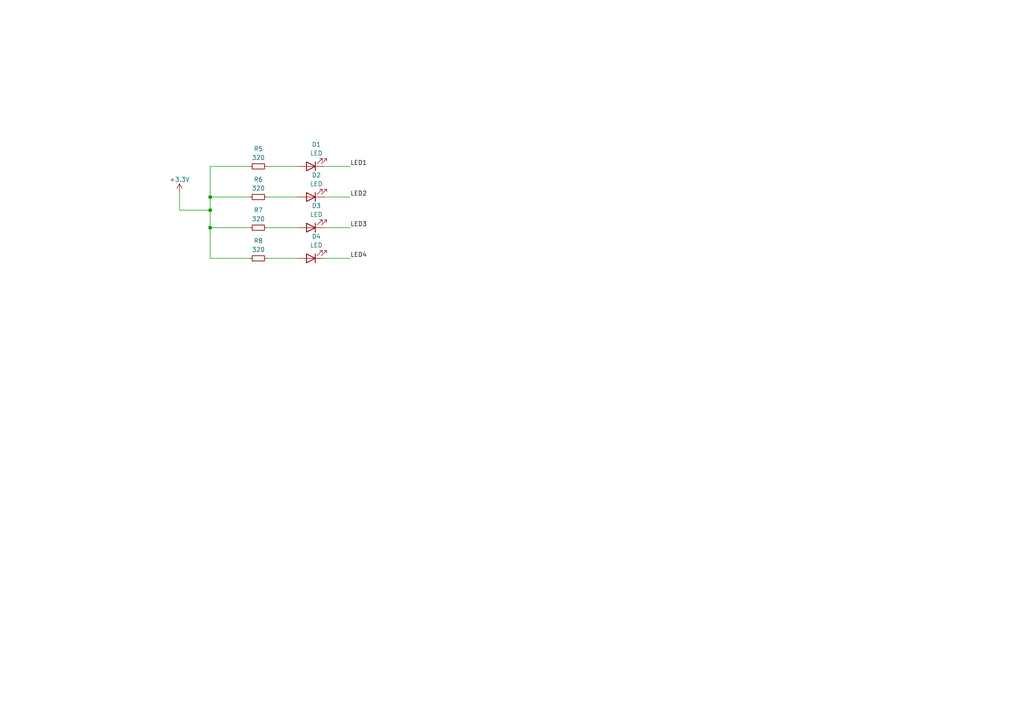
<source format=kicad_sch>
(kicad_sch (version 20230121) (generator eeschema)
  (paper "A4")
  (lib_symbols
    (symbol "Device:LED" (pin_numbers hide) (pin_names (offset 1.016) hide)
      (property "Reference" "D" (at 0 2.54 0))
      (property "Value" "LED" (at 0 -2.54 0))
      (symbol "LED_0_1"
        (polyline (pts (xy -1.27 -1.27) (xy -1.27 1.27)) (stroke (width 0.254)))
        (polyline (pts (xy -1.27 0) (xy 1.27 0)))
        (polyline (pts (xy 1.27 -1.27) (xy 1.27 1.27) (xy -1.27 0) (xy 1.27 -1.27)) (stroke (width 0.254)))
        (polyline (pts (xy -3.048 -0.762) (xy -4.572 -2.286) (xy -3.81 -2.286) (xy -4.572 -2.286) (xy -4.572 -1.524)))
        (polyline (pts (xy -1.778 -0.762) (xy -3.302 -2.286) (xy -2.54 -2.286) (xy -3.302 -2.286) (xy -3.302 -1.524)))
      )
      (symbol "LED_1_1"
        (pin passive line (at -3.81 0 0) (length 2.54) (name "K") (number "1"))
        (pin passive line (at 3.81 0 180) (length 2.54) (name "A") (number "2"))
      )
    )
    (symbol "Device:R_Small" (pin_numbers hide) (pin_names (offset 0.254) hide)
      (property "Reference" "R" (at 0.762 0.508 0))
      (property "Value" "R_Small" (at 0.762 -1.016 0))
      (symbol "R_Small_0_1"
        (rectangle (start -0.762 1.778) (end 0.762 -1.778) (stroke (width 0.2032)))
      )
      (symbol "R_Small_1_1"
        (pin passive line (at 0 2.54 270) (length 0.762) (name "~") (number "1"))
        (pin passive line (at 0 -2.54 90) (length 0.762) (name "~") (number "2"))
      )
    )
    (symbol "power:+3.3V" (power) (pin_names (offset 0))
      (property "Value" "+3.3V" (at 0 3.556 0))
      (symbol "+3.3V_0_1"
        (polyline (pts (xy -0.762 1.27) (xy 0 2.54)))
        (polyline (pts (xy 0 0) (xy 0 2.54)))
        (polyline (pts (xy 0 2.54) (xy 0.762 1.27)))
      )
      (symbol "+3.3V_1_1"
        (pin power_in line (at 0 0 90) (length 0) hide (name "+3.3V") (number "1"))
      )
    )
  )
  (junction (at 60.96 66.04))
  (junction (at 60.96 60.96))
  (junction (at 60.96 57.15))
  (wire (pts (xy 52.07 55.88) (xy 52.07 60.96)))
  (wire (pts (xy 60.96 57.15) (xy 60.96 60.96)))
  (wire (pts (xy 60.96 60.96) (xy 60.96 66.04)))
  (wire (pts (xy 60.96 48.26) (xy 60.96 57.15)))
  (wire (pts (xy 77.47 74.93) (xy 86.36 74.93)))
  (wire (pts (xy 77.47 57.15) (xy 86.36 57.15)))
  (wire (pts (xy 72.39 48.26) (xy 60.96 48.26)))
  (wire (pts (xy 77.47 66.04) (xy 86.36 66.04)))
  (wire (pts (xy 77.47 48.26) (xy 86.36 48.26)))
  (wire (pts (xy 93.98 57.15) (xy 101.6 57.15)))
  (wire (pts (xy 60.96 74.93) (xy 72.39 74.93)))
  (wire (pts (xy 60.96 66.04) (xy 72.39 66.04)))
  (wire (pts (xy 93.98 74.93) (xy 101.6 74.93)))
  (wire (pts (xy 60.96 60.96) (xy 52.07 60.96)))
  (wire (pts (xy 93.98 48.26) (xy 101.6 48.26)))
  (wire (pts (xy 93.98 66.04) (xy 101.6 66.04)))
  (wire (pts (xy 60.96 57.15) (xy 72.39 57.15)))
  (wire (pts (xy 60.96 66.04) (xy 60.96 74.93)))
  (label "LED2" (at 101.6 57.15 0))
  (label "LED3" (at 101.6 66.04 0))
  (label "LED4" (at 101.6 74.93 0))
  (label "LED1" (at 101.6 48.26 0))
  (symbol (lib_id "Device:LED") (at 90.17 57.15 180) (unit 1)
    (property "Reference" "D2" (at 91.7575 50.8 0))
    (property "Value" "LED" (at 91.7575 53.34 0))
    (property "Datasheet" "https://www.tme.eu/Document/f13aa1039138fd97840d388e8f2c5cc0/19-217-R6C-AL1M2VY-3T-V5.pdf" (effects hide))
  )
  (symbol (lib_id "Device:LED") (at 90.17 74.93 180) (unit 1)
    (property "Reference" "D4" (at 91.7575 68.58 0))
    (property "Value" "LED" (at 91.7575 71.12 0))
    (property "Datasheet" "https://www.tme.eu/Document/f13aa1039138fd97840d388e8f2c5cc0/19-217-R6C-AL1M2VY-3T-V5.pdf" (effects hide))
  )
  (symbol (lib_id "power:+3.3V") (at 52.07 55.88 0) (unit 1)
    (property "Reference" "#PWR09" (effects hide))
    (property "Value" "+3.3V" (at 52.07 52.07 0))
  )
  (symbol (lib_id "Device:R_Small") (at 74.93 74.93 90) (unit 1)
    (property "Reference" "R8" (at 74.93 69.85 90))
    (property "Value" "320" (at 74.93 72.39 90))
  )
  (symbol (lib_id "Device:R_Small") (at 74.93 66.04 90) (unit 1)
    (property "Reference" "R7" (at 74.93 60.96 90))
    (property "Value" "320" (at 74.93 63.5 90))
  )
  (symbol (lib_id "Device:R_Small") (at 74.93 48.26 90) (unit 1)
    (property "Reference" "R5" (at 74.93 43.18 90))
    (property "Value" "320" (at 74.93 45.72 90))
  )
  (symbol (lib_id "Device:R_Small") (at 74.93 57.15 90) (unit 1)
    (property "Reference" "R6" (at 74.93 52.07 90))
    (property "Value" "320" (at 74.93 54.61 90))
  )
  (symbol (lib_id "Device:LED") (at 90.17 66.04 180) (unit 1)
    (property "Reference" "D3" (at 91.7575 59.69 0))
    (property "Value" "LED" (at 91.7575 62.23 0))
    (property "Datasheet" "https://www.tme.eu/Document/f13aa1039138fd97840d388e8f2c5cc0/19-217-R6C-AL1M2VY-3T-V5.pdf" (effects hide))
  )
  (symbol (lib_id "Device:LED") (at 90.17 48.26 180) (unit 1)
    (property "Reference" "D1" (at 91.7575 41.91 0))
    (property "Value" "LED" (at 91.7575 44.45 0))
    (property "Datasheet" "https://www.tme.eu/Document/f13aa1039138fd97840d388e8f2c5cc0/19-217-R6C-AL1M2VY-3T-V5.pdf" (effects hide))
  )
)
</source>
